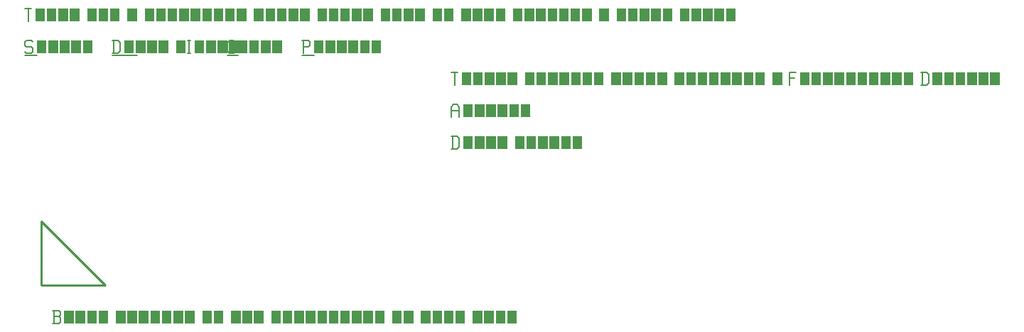
<source format=gbr>
G04 start of page 3 for group -1 layer_idx -1 *
G04 Title: outline layer triangle, TODO:group_name *
G04 Creator: <version>
G04 CreationDate: <date>
G04 For:  *
G04 Format: Gerber/RS-274X *
G04 PCB-Dimensions: 50000 50000 *
G04 PCB-Coordinate-Origin: lower left *
%MOIN*%
%FSLAX25Y25*%
%LNFAB*%
%ADD14C,0.0100*%
%ADD13C,0.0001*%
%ADD12C,0.0060*%
G54D12*X3000Y125000D02*X3750Y124250D01*
X750Y125000D02*X3000D01*
X0Y124250D02*X750Y125000D01*
X0Y124250D02*Y122750D01*
X750Y122000D01*
X3000D01*
X3750Y121250D01*
Y119750D01*
X3000Y119000D02*X3750Y119750D01*
X750Y119000D02*X3000D01*
X0Y119750D02*X750Y119000D01*
G54D13*G36*
X5550Y125000D02*Y119000D01*
X10050D01*
Y125000D01*
X5550D01*
G37*
G36*
X10950D02*Y119000D01*
X15450D01*
Y125000D01*
X10950D01*
G37*
G36*
X16350D02*Y119000D01*
X20850D01*
Y125000D01*
X16350D01*
G37*
G36*
X21750D02*Y119000D01*
X26250D01*
Y125000D01*
X21750D01*
G37*
G36*
X27150D02*Y119000D01*
X31650D01*
Y125000D01*
X27150D01*
G37*
G54D12*X0Y118000D02*X5550D01*
X41750Y125000D02*Y119000D01*
X43700Y125000D02*X44750Y123950D01*
Y120050D01*
X43700Y119000D02*X44750Y120050D01*
X41000Y119000D02*X43700D01*
X41000Y125000D02*X43700D01*
G54D13*G36*
X46550D02*Y119000D01*
X51050D01*
Y125000D01*
X46550D01*
G37*
G36*
X51950D02*Y119000D01*
X56450D01*
Y125000D01*
X51950D01*
G37*
G36*
X57350D02*Y119000D01*
X61850D01*
Y125000D01*
X57350D01*
G37*
G36*
X62750D02*Y119000D01*
X67250D01*
Y125000D01*
X62750D01*
G37*
G36*
X70850D02*Y119000D01*
X75350D01*
Y125000D01*
X70850D01*
G37*
G54D12*X76250D02*X77750D01*
X77000D02*Y119000D01*
X76250D02*X77750D01*
G54D13*G36*
X79550Y125000D02*Y119000D01*
X84050D01*
Y125000D01*
X79550D01*
G37*
G36*
X84950D02*Y119000D01*
X89450D01*
Y125000D01*
X84950D01*
G37*
G36*
X90350D02*Y119000D01*
X94850D01*
Y125000D01*
X90350D01*
G37*
G36*
X95750D02*Y119000D01*
X100250D01*
Y125000D01*
X95750D01*
G37*
G54D12*X41000Y118000D02*X52550D01*
X96050Y119000D02*X98000D01*
X95000Y120050D02*X96050Y119000D01*
X95000Y123950D02*Y120050D01*
Y123950D02*X96050Y125000D01*
X98000D01*
G54D13*G36*
X99800D02*Y119000D01*
X104300D01*
Y125000D01*
X99800D01*
G37*
G36*
X105200D02*Y119000D01*
X109700D01*
Y125000D01*
X105200D01*
G37*
G36*
X110600D02*Y119000D01*
X115100D01*
Y125000D01*
X110600D01*
G37*
G36*
X116000D02*Y119000D01*
X120500D01*
Y125000D01*
X116000D01*
G37*
G54D12*X95000Y118000D02*X99800D01*
X130750Y125000D02*Y119000D01*
X130000Y125000D02*X133000D01*
X133750Y124250D01*
Y122750D01*
X133000Y122000D02*X133750Y122750D01*
X130750Y122000D02*X133000D01*
G54D13*G36*
X135550Y125000D02*Y119000D01*
X140050D01*
Y125000D01*
X135550D01*
G37*
G36*
X140950D02*Y119000D01*
X145450D01*
Y125000D01*
X140950D01*
G37*
G36*
X146350D02*Y119000D01*
X150850D01*
Y125000D01*
X146350D01*
G37*
G36*
X151750D02*Y119000D01*
X156250D01*
Y125000D01*
X151750D01*
G37*
G36*
X157150D02*Y119000D01*
X161650D01*
Y125000D01*
X157150D01*
G37*
G36*
X162550D02*Y119000D01*
X167050D01*
Y125000D01*
X162550D01*
G37*
G54D12*X130000Y118000D02*X135550D01*
X0Y140000D02*X3000D01*
X1500D02*Y134000D01*
G54D13*G36*
X4800Y140000D02*Y134000D01*
X9300D01*
Y140000D01*
X4800D01*
G37*
G36*
X10200D02*Y134000D01*
X14700D01*
Y140000D01*
X10200D01*
G37*
G36*
X15600D02*Y134000D01*
X20100D01*
Y140000D01*
X15600D01*
G37*
G36*
X21000D02*Y134000D01*
X25500D01*
Y140000D01*
X21000D01*
G37*
G36*
X29100D02*Y134000D01*
X33600D01*
Y140000D01*
X29100D01*
G37*
G36*
X34500D02*Y134000D01*
X39000D01*
Y140000D01*
X34500D01*
G37*
G36*
X39900D02*Y134000D01*
X44400D01*
Y140000D01*
X39900D01*
G37*
G36*
X48000D02*Y134000D01*
X52500D01*
Y140000D01*
X48000D01*
G37*
G36*
X56100D02*Y134000D01*
X60600D01*
Y140000D01*
X56100D01*
G37*
G36*
X61500D02*Y134000D01*
X66000D01*
Y140000D01*
X61500D01*
G37*
G36*
X66900D02*Y134000D01*
X71400D01*
Y140000D01*
X66900D01*
G37*
G36*
X72300D02*Y134000D01*
X76800D01*
Y140000D01*
X72300D01*
G37*
G36*
X77700D02*Y134000D01*
X82200D01*
Y140000D01*
X77700D01*
G37*
G36*
X83100D02*Y134000D01*
X87600D01*
Y140000D01*
X83100D01*
G37*
G36*
X88500D02*Y134000D01*
X93000D01*
Y140000D01*
X88500D01*
G37*
G36*
X93900D02*Y134000D01*
X98400D01*
Y140000D01*
X93900D01*
G37*
G36*
X99300D02*Y134000D01*
X103800D01*
Y140000D01*
X99300D01*
G37*
G36*
X107400D02*Y134000D01*
X111900D01*
Y140000D01*
X107400D01*
G37*
G36*
X112800D02*Y134000D01*
X117300D01*
Y140000D01*
X112800D01*
G37*
G36*
X118200D02*Y134000D01*
X122700D01*
Y140000D01*
X118200D01*
G37*
G36*
X123600D02*Y134000D01*
X128100D01*
Y140000D01*
X123600D01*
G37*
G36*
X129000D02*Y134000D01*
X133500D01*
Y140000D01*
X129000D01*
G37*
G36*
X137100D02*Y134000D01*
X141600D01*
Y140000D01*
X137100D01*
G37*
G36*
X142500D02*Y134000D01*
X147000D01*
Y140000D01*
X142500D01*
G37*
G36*
X147900D02*Y134000D01*
X152400D01*
Y140000D01*
X147900D01*
G37*
G36*
X153300D02*Y134000D01*
X157800D01*
Y140000D01*
X153300D01*
G37*
G36*
X158700D02*Y134000D01*
X163200D01*
Y140000D01*
X158700D01*
G37*
G36*
X166800D02*Y134000D01*
X171300D01*
Y140000D01*
X166800D01*
G37*
G36*
X172200D02*Y134000D01*
X176700D01*
Y140000D01*
X172200D01*
G37*
G36*
X177600D02*Y134000D01*
X182100D01*
Y140000D01*
X177600D01*
G37*
G36*
X183000D02*Y134000D01*
X187500D01*
Y140000D01*
X183000D01*
G37*
G36*
X191100D02*Y134000D01*
X195600D01*
Y140000D01*
X191100D01*
G37*
G36*
X196500D02*Y134000D01*
X201000D01*
Y140000D01*
X196500D01*
G37*
G36*
X204600D02*Y134000D01*
X209100D01*
Y140000D01*
X204600D01*
G37*
G36*
X210000D02*Y134000D01*
X214500D01*
Y140000D01*
X210000D01*
G37*
G36*
X215400D02*Y134000D01*
X219900D01*
Y140000D01*
X215400D01*
G37*
G36*
X220800D02*Y134000D01*
X225300D01*
Y140000D01*
X220800D01*
G37*
G36*
X228900D02*Y134000D01*
X233400D01*
Y140000D01*
X228900D01*
G37*
G36*
X234300D02*Y134000D01*
X238800D01*
Y140000D01*
X234300D01*
G37*
G36*
X239700D02*Y134000D01*
X244200D01*
Y140000D01*
X239700D01*
G37*
G36*
X245100D02*Y134000D01*
X249600D01*
Y140000D01*
X245100D01*
G37*
G36*
X250500D02*Y134000D01*
X255000D01*
Y140000D01*
X250500D01*
G37*
G36*
X255900D02*Y134000D01*
X260400D01*
Y140000D01*
X255900D01*
G37*
G36*
X261300D02*Y134000D01*
X265800D01*
Y140000D01*
X261300D01*
G37*
G36*
X269400D02*Y134000D01*
X273900D01*
Y140000D01*
X269400D01*
G37*
G36*
X277500D02*Y134000D01*
X282000D01*
Y140000D01*
X277500D01*
G37*
G36*
X282900D02*Y134000D01*
X287400D01*
Y140000D01*
X282900D01*
G37*
G36*
X288300D02*Y134000D01*
X292800D01*
Y140000D01*
X288300D01*
G37*
G36*
X293700D02*Y134000D01*
X298200D01*
Y140000D01*
X293700D01*
G37*
G36*
X299100D02*Y134000D01*
X303600D01*
Y140000D01*
X299100D01*
G37*
G36*
X307200D02*Y134000D01*
X311700D01*
Y140000D01*
X307200D01*
G37*
G36*
X312600D02*Y134000D01*
X317100D01*
Y140000D01*
X312600D01*
G37*
G36*
X318000D02*Y134000D01*
X322500D01*
Y140000D01*
X318000D01*
G37*
G36*
X323400D02*Y134000D01*
X327900D01*
Y140000D01*
X323400D01*
G37*
G36*
X328800D02*Y134000D01*
X333300D01*
Y140000D01*
X328800D01*
G37*
G54D14*X7500Y40000D02*Y10000D01*
X37500D01*
X7500Y40000D01*
G54D12*X12775Y-8000D02*X15775D01*
X16525Y-7250D01*
Y-5450D02*Y-7250D01*
X15775Y-4700D02*X16525Y-5450D01*
X13525Y-4700D02*X15775D01*
X13525Y-2000D02*Y-8000D01*
X12775Y-2000D02*X15775D01*
X16525Y-2750D01*
Y-3950D01*
X15775Y-4700D02*X16525Y-3950D01*
G54D13*G36*
X18325Y-2000D02*Y-8000D01*
X22825D01*
Y-2000D01*
X18325D01*
G37*
G36*
X23725D02*Y-8000D01*
X28225D01*
Y-2000D01*
X23725D01*
G37*
G36*
X29125D02*Y-8000D01*
X33625D01*
Y-2000D01*
X29125D01*
G37*
G36*
X34525D02*Y-8000D01*
X39025D01*
Y-2000D01*
X34525D01*
G37*
G36*
X42625D02*Y-8000D01*
X47125D01*
Y-2000D01*
X42625D01*
G37*
G36*
X48025D02*Y-8000D01*
X52525D01*
Y-2000D01*
X48025D01*
G37*
G36*
X53425D02*Y-8000D01*
X57925D01*
Y-2000D01*
X53425D01*
G37*
G36*
X58825D02*Y-8000D01*
X63325D01*
Y-2000D01*
X58825D01*
G37*
G36*
X64225D02*Y-8000D01*
X68725D01*
Y-2000D01*
X64225D01*
G37*
G36*
X69625D02*Y-8000D01*
X74125D01*
Y-2000D01*
X69625D01*
G37*
G36*
X75025D02*Y-8000D01*
X79525D01*
Y-2000D01*
X75025D01*
G37*
G36*
X83125D02*Y-8000D01*
X87625D01*
Y-2000D01*
X83125D01*
G37*
G36*
X88525D02*Y-8000D01*
X93025D01*
Y-2000D01*
X88525D01*
G37*
G36*
X96625D02*Y-8000D01*
X101125D01*
Y-2000D01*
X96625D01*
G37*
G36*
X102025D02*Y-8000D01*
X106525D01*
Y-2000D01*
X102025D01*
G37*
G36*
X107425D02*Y-8000D01*
X111925D01*
Y-2000D01*
X107425D01*
G37*
G36*
X115525D02*Y-8000D01*
X120025D01*
Y-2000D01*
X115525D01*
G37*
G36*
X120925D02*Y-8000D01*
X125425D01*
Y-2000D01*
X120925D01*
G37*
G36*
X126325D02*Y-8000D01*
X130825D01*
Y-2000D01*
X126325D01*
G37*
G36*
X131725D02*Y-8000D01*
X136225D01*
Y-2000D01*
X131725D01*
G37*
G36*
X137125D02*Y-8000D01*
X141625D01*
Y-2000D01*
X137125D01*
G37*
G36*
X142525D02*Y-8000D01*
X147025D01*
Y-2000D01*
X142525D01*
G37*
G36*
X147925D02*Y-8000D01*
X152425D01*
Y-2000D01*
X147925D01*
G37*
G36*
X153325D02*Y-8000D01*
X157825D01*
Y-2000D01*
X153325D01*
G37*
G36*
X158725D02*Y-8000D01*
X163225D01*
Y-2000D01*
X158725D01*
G37*
G36*
X164125D02*Y-8000D01*
X168625D01*
Y-2000D01*
X164125D01*
G37*
G36*
X172225D02*Y-8000D01*
X176725D01*
Y-2000D01*
X172225D01*
G37*
G36*
X177625D02*Y-8000D01*
X182125D01*
Y-2000D01*
X177625D01*
G37*
G36*
X185725D02*Y-8000D01*
X190225D01*
Y-2000D01*
X185725D01*
G37*
G36*
X191125D02*Y-8000D01*
X195625D01*
Y-2000D01*
X191125D01*
G37*
G36*
X196525D02*Y-8000D01*
X201025D01*
Y-2000D01*
X196525D01*
G37*
G36*
X201925D02*Y-8000D01*
X206425D01*
Y-2000D01*
X201925D01*
G37*
G36*
X210025D02*Y-8000D01*
X214525D01*
Y-2000D01*
X210025D01*
G37*
G36*
X215425D02*Y-8000D01*
X219925D01*
Y-2000D01*
X215425D01*
G37*
G36*
X220825D02*Y-8000D01*
X225325D01*
Y-2000D01*
X220825D01*
G37*
G36*
X226225D02*Y-8000D01*
X230725D01*
Y-2000D01*
X226225D01*
G37*
G54D12*X200750Y80000D02*Y74000D01*
X202700Y80000D02*X203750Y78950D01*
Y75050D01*
X202700Y74000D02*X203750Y75050D01*
X200000Y74000D02*X202700D01*
X200000Y80000D02*X202700D01*
G54D13*G36*
X205550D02*Y74000D01*
X210050D01*
Y80000D01*
X205550D01*
G37*
G36*
X210950D02*Y74000D01*
X215450D01*
Y80000D01*
X210950D01*
G37*
G36*
X216350D02*Y74000D01*
X220850D01*
Y80000D01*
X216350D01*
G37*
G36*
X221750D02*Y74000D01*
X226250D01*
Y80000D01*
X221750D01*
G37*
G36*
X229850D02*Y74000D01*
X234350D01*
Y80000D01*
X229850D01*
G37*
G36*
X235250D02*Y74000D01*
X239750D01*
Y80000D01*
X235250D01*
G37*
G36*
X240650D02*Y74000D01*
X245150D01*
Y80000D01*
X240650D01*
G37*
G36*
X246050D02*Y74000D01*
X250550D01*
Y80000D01*
X246050D01*
G37*
G36*
X251450D02*Y74000D01*
X255950D01*
Y80000D01*
X251450D01*
G37*
G36*
X256850D02*Y74000D01*
X261350D01*
Y80000D01*
X256850D01*
G37*
G54D12*X200000Y93500D02*Y89000D01*
Y93500D02*X201050Y95000D01*
X202700D01*
X203750Y93500D01*
Y89000D01*
X200000Y92000D02*X203750D01*
G54D13*G36*
X205550Y95000D02*Y89000D01*
X210050D01*
Y95000D01*
X205550D01*
G37*
G36*
X210950D02*Y89000D01*
X215450D01*
Y95000D01*
X210950D01*
G37*
G36*
X216350D02*Y89000D01*
X220850D01*
Y95000D01*
X216350D01*
G37*
G36*
X221750D02*Y89000D01*
X226250D01*
Y95000D01*
X221750D01*
G37*
G36*
X227150D02*Y89000D01*
X231650D01*
Y95000D01*
X227150D01*
G37*
G36*
X232550D02*Y89000D01*
X237050D01*
Y95000D01*
X232550D01*
G37*
G54D12*X200000Y110000D02*X203000D01*
X201500D02*Y104000D01*
G54D13*G36*
X204800Y110000D02*Y104000D01*
X209300D01*
Y110000D01*
X204800D01*
G37*
G36*
X210200D02*Y104000D01*
X214700D01*
Y110000D01*
X210200D01*
G37*
G36*
X215600D02*Y104000D01*
X220100D01*
Y110000D01*
X215600D01*
G37*
G36*
X221000D02*Y104000D01*
X225500D01*
Y110000D01*
X221000D01*
G37*
G36*
X226400D02*Y104000D01*
X230900D01*
Y110000D01*
X226400D01*
G37*
G36*
X234500D02*Y104000D01*
X239000D01*
Y110000D01*
X234500D01*
G37*
G36*
X239900D02*Y104000D01*
X244400D01*
Y110000D01*
X239900D01*
G37*
G36*
X245300D02*Y104000D01*
X249800D01*
Y110000D01*
X245300D01*
G37*
G36*
X250700D02*Y104000D01*
X255200D01*
Y110000D01*
X250700D01*
G37*
G36*
X256100D02*Y104000D01*
X260600D01*
Y110000D01*
X256100D01*
G37*
G36*
X261500D02*Y104000D01*
X266000D01*
Y110000D01*
X261500D01*
G37*
G36*
X266900D02*Y104000D01*
X271400D01*
Y110000D01*
X266900D01*
G37*
G36*
X275000D02*Y104000D01*
X279500D01*
Y110000D01*
X275000D01*
G37*
G36*
X280400D02*Y104000D01*
X284900D01*
Y110000D01*
X280400D01*
G37*
G36*
X285800D02*Y104000D01*
X290300D01*
Y110000D01*
X285800D01*
G37*
G36*
X291200D02*Y104000D01*
X295700D01*
Y110000D01*
X291200D01*
G37*
G36*
X296600D02*Y104000D01*
X301100D01*
Y110000D01*
X296600D01*
G37*
G36*
X304700D02*Y104000D01*
X309200D01*
Y110000D01*
X304700D01*
G37*
G36*
X310100D02*Y104000D01*
X314600D01*
Y110000D01*
X310100D01*
G37*
G36*
X315500D02*Y104000D01*
X320000D01*
Y110000D01*
X315500D01*
G37*
G36*
X320900D02*Y104000D01*
X325400D01*
Y110000D01*
X320900D01*
G37*
G36*
X326300D02*Y104000D01*
X330800D01*
Y110000D01*
X326300D01*
G37*
G36*
X331700D02*Y104000D01*
X336200D01*
Y110000D01*
X331700D01*
G37*
G36*
X337100D02*Y104000D01*
X341600D01*
Y110000D01*
X337100D01*
G37*
G36*
X342500D02*Y104000D01*
X347000D01*
Y110000D01*
X342500D01*
G37*
G36*
X350600D02*Y104000D01*
X355100D01*
Y110000D01*
X350600D01*
G37*
G54D12*X358700D02*Y104000D01*
Y110000D02*X361700D01*
X358700Y107300D02*X360950D01*
G54D13*G36*
X363500Y110000D02*Y104000D01*
X368000D01*
Y110000D01*
X363500D01*
G37*
G36*
X368900D02*Y104000D01*
X373400D01*
Y110000D01*
X368900D01*
G37*
G36*
X374300D02*Y104000D01*
X378800D01*
Y110000D01*
X374300D01*
G37*
G36*
X379700D02*Y104000D01*
X384200D01*
Y110000D01*
X379700D01*
G37*
G36*
X385100D02*Y104000D01*
X389600D01*
Y110000D01*
X385100D01*
G37*
G36*
X390500D02*Y104000D01*
X395000D01*
Y110000D01*
X390500D01*
G37*
G36*
X395900D02*Y104000D01*
X400400D01*
Y110000D01*
X395900D01*
G37*
G36*
X401300D02*Y104000D01*
X405800D01*
Y110000D01*
X401300D01*
G37*
G36*
X406700D02*Y104000D01*
X411200D01*
Y110000D01*
X406700D01*
G37*
G36*
X412100D02*Y104000D01*
X416600D01*
Y110000D01*
X412100D01*
G37*
G54D12*X420950D02*Y104000D01*
X422900Y110000D02*X423950Y108950D01*
Y105050D01*
X422900Y104000D02*X423950Y105050D01*
X420200Y104000D02*X422900D01*
X420200Y110000D02*X422900D01*
G54D13*G36*
X425750D02*Y104000D01*
X430250D01*
Y110000D01*
X425750D01*
G37*
G36*
X431150D02*Y104000D01*
X435650D01*
Y110000D01*
X431150D01*
G37*
G36*
X436550D02*Y104000D01*
X441050D01*
Y110000D01*
X436550D01*
G37*
G36*
X441950D02*Y104000D01*
X446450D01*
Y110000D01*
X441950D01*
G37*
G36*
X447350D02*Y104000D01*
X451850D01*
Y110000D01*
X447350D01*
G37*
G36*
X452750D02*Y104000D01*
X457250D01*
Y110000D01*
X452750D01*
G37*
M02*

</source>
